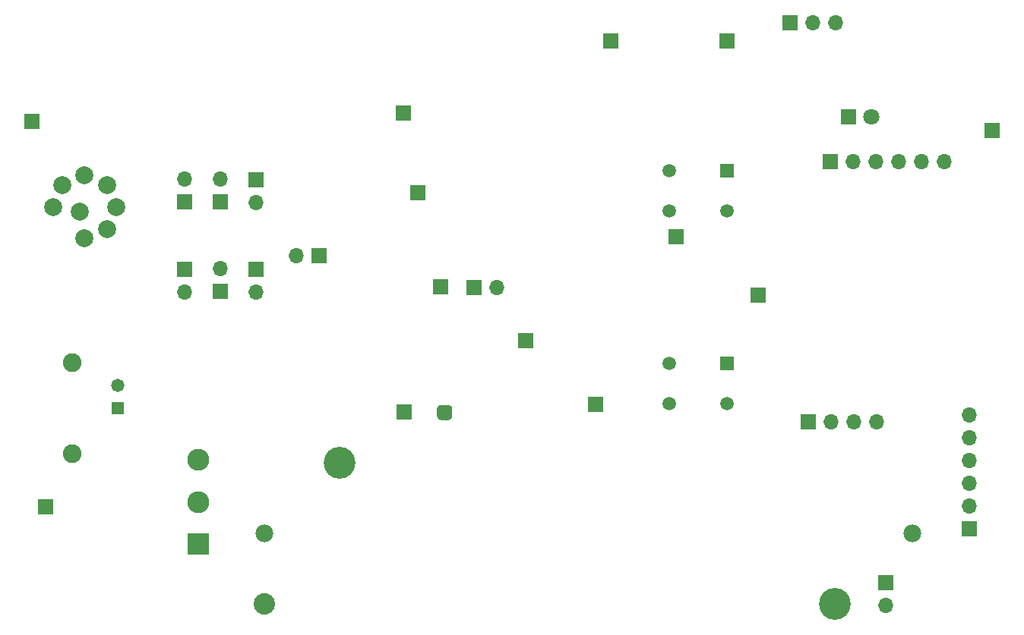
<source format=gbr>
%TF.GenerationSoftware,KiCad,Pcbnew,(5.1.10)-1*%
%TF.CreationDate,2022-06-10T17:34:29+02:00*%
%TF.ProjectId,NGL_Proto_ST,4e474c5f-5072-46f7-946f-5f53542e6b69,V1*%
%TF.SameCoordinates,Original*%
%TF.FileFunction,Soldermask,Bot*%
%TF.FilePolarity,Negative*%
%FSLAX46Y46*%
G04 Gerber Fmt 4.6, Leading zero omitted, Abs format (unit mm)*
G04 Created by KiCad (PCBNEW (5.1.10)-1) date 2022-06-10 17:34:29*
%MOMM*%
%LPD*%
G01*
G04 APERTURE LIST*
%ADD10C,1.498600*%
%ADD11R,1.498600X1.498600*%
%ADD12C,2.090000*%
%ADD13C,1.478000*%
%ADD14R,1.478000X1.478000*%
%ADD15C,2.390000*%
%ADD16C,3.550000*%
%ADD17C,1.980000*%
%ADD18C,2.450000*%
%ADD19R,2.450000X2.450000*%
%ADD20O,1.700000X1.700000*%
%ADD21R,1.700000X1.700000*%
%ADD22R,1.800000X1.800000*%
%ADD23C,1.800000*%
%ADD24C,2.000000*%
G04 APERTURE END LIST*
D10*
%TO.C,SW4*%
X173999999Y-89999999D03*
X173999999Y-94500000D03*
X180500001Y-94500000D03*
D11*
X180500001Y-89999999D03*
%TD*%
D10*
%TO.C,SW3*%
X173999999Y-68499999D03*
X173999999Y-73000000D03*
X180500001Y-73000000D03*
D11*
X180500001Y-68499999D03*
%TD*%
D12*
%TO.C,J3*%
X107500000Y-89920000D03*
X107500000Y-100080000D03*
D13*
X112580000Y-92460000D03*
D14*
X112580000Y-95000000D03*
%TD*%
D15*
%TO.C,BT1*%
X128890000Y-116870000D03*
D16*
X192470000Y-116870000D03*
X137270000Y-101130000D03*
D17*
X201110000Y-109000000D03*
X128890000Y-109000000D03*
%TD*%
D18*
%TO.C,S1*%
X121500000Y-100800000D03*
X121500000Y-105500000D03*
D19*
X121500000Y-110200000D03*
%TD*%
D20*
%TO.C,J5*%
X197120000Y-96550000D03*
X194580000Y-96550000D03*
X192040000Y-96550000D03*
D21*
X189500000Y-96550000D03*
%TD*%
D22*
%TO.C,D10*%
X194000000Y-62500000D03*
D23*
X196540000Y-62500000D03*
%TD*%
D21*
%TO.C,J4*%
X192000000Y-67500000D03*
D20*
X194540000Y-67500000D03*
X197080000Y-67500000D03*
X199620000Y-67500000D03*
X202160000Y-67500000D03*
X204700000Y-67500000D03*
%TD*%
D21*
%TO.C,J6*%
X187460000Y-52000000D03*
D20*
X190000000Y-52000000D03*
X192540000Y-52000000D03*
%TD*%
%TO.C,JP1*%
X124000000Y-79460000D03*
D21*
X124000000Y-82000000D03*
%TD*%
%TO.C,JP2*%
X124000000Y-72000000D03*
D20*
X124000000Y-69460000D03*
%TD*%
D21*
%TO.C,JP3*%
X152300000Y-81550000D03*
D20*
X154840000Y-81550000D03*
%TD*%
D21*
%TO.C,JP4*%
X128000000Y-69500000D03*
D20*
X128000000Y-72040000D03*
%TD*%
%TO.C,JP8*%
X120000000Y-82040000D03*
D21*
X120000000Y-79500000D03*
%TD*%
%TO.C,JP9*%
X128000000Y-79500000D03*
D20*
X128000000Y-82040000D03*
%TD*%
%TO.C,JP10*%
X120000000Y-69460000D03*
D21*
X120000000Y-72000000D03*
%TD*%
D20*
%TO.C,JP11*%
X132460000Y-78000000D03*
D21*
X135000000Y-78000000D03*
%TD*%
%TO.C,TP2*%
X180500000Y-54000000D03*
%TD*%
%TO.C,TP7*%
X144500000Y-95450000D03*
%TD*%
%TO.C,TP8*%
G36*
G01*
X148150000Y-95925000D02*
X148150000Y-95075000D01*
G75*
G02*
X148575000Y-94650000I425000J0D01*
G01*
X149425000Y-94650000D01*
G75*
G02*
X149850000Y-95075000I0J-425000D01*
G01*
X149850000Y-95925000D01*
G75*
G02*
X149425000Y-96350000I-425000J0D01*
G01*
X148575000Y-96350000D01*
G75*
G02*
X148150000Y-95925000I0J425000D01*
G01*
G37*
%TD*%
%TO.C,TP4*%
X183900000Y-82400000D03*
%TD*%
%TO.C,TP1*%
X146000000Y-71000000D03*
%TD*%
%TO.C,TP3*%
X148500000Y-81500000D03*
%TD*%
%TO.C,TP5*%
X167500000Y-54000000D03*
%TD*%
%TO.C,TP11*%
X158000000Y-87500000D03*
%TD*%
%TO.C,TP12*%
X174750000Y-75850000D03*
%TD*%
D24*
%TO.C,J1*%
X111334874Y-75034874D03*
X108860000Y-76060000D03*
X108294315Y-73125685D03*
X105360000Y-72560000D03*
X106385126Y-70085126D03*
X108860000Y-69060000D03*
X111334874Y-70085126D03*
X112360000Y-72560000D03*
%TD*%
D21*
%TO.C,M1*%
X198190000Y-114460000D03*
D20*
X198190000Y-117000000D03*
%TD*%
D21*
%TO.C,TP9*%
X165850000Y-94600000D03*
%TD*%
%TO.C,TP13*%
X103000000Y-63000000D03*
%TD*%
%TO.C,TP14*%
X210000000Y-64000000D03*
%TD*%
%TO.C,TP10*%
X104500000Y-106000000D03*
%TD*%
%TO.C,J2*%
X207500000Y-108500000D03*
D20*
X207500000Y-105960000D03*
X207500000Y-103420000D03*
X207500000Y-100880000D03*
X207500000Y-98340000D03*
X207500000Y-95800000D03*
%TD*%
D21*
%TO.C,TP15*%
X144370000Y-62070000D03*
%TD*%
M02*

</source>
